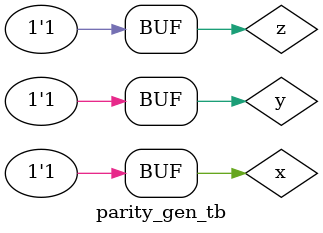
<source format=v>
module parity_gen_tb;

reg x,y,z;
wire result;

parity dut(x,y,z,result);

initial begin

// Initialize Inputs

x = 0;

y = 0;

z = 0;

// Wait 100 ns for global reset to finish

#100;

// Add stimulus here

x = 0;

y = 0;

z = 1;

// Wait 100 ns for global reset to finish

#100;

x = 0;

y = 1;

z = 0;

// Wait 100 ns for global reset to finish

#100;

x = 0;

y = 1;

z = 1;

// Wait 100 ns for global reset to finish

#100;

x = 1;

y = 0;

z = 0;

// Wait 100 ns for global reset to finish

#100;

x = 1;

y = 0;

z = 1;

#100;

x = 1;

y = 1;

z = 0;

#100;

x = 1;

y = 1;

z = 1;



#100;

end

endmodule

</source>
